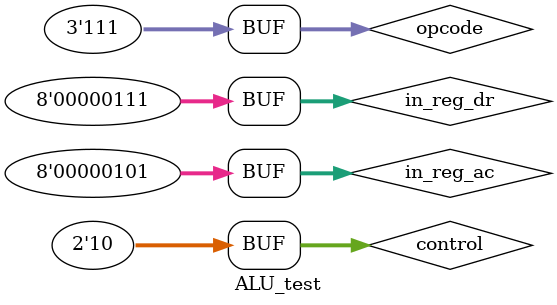
<source format=v>
module ALU(input[1:0] control,input [2:0] opcode,input [7:0] in_reg_ac,input [7:0] in_reg_dr,output reg[7:0] out_reg,output reg carry);

always@(*) begin
if (opcode == 3'b111) begin
        case (control)
            2'b01: begin
                out_reg = in_reg_dr;
	    end
            2'b10: begin
                {carry, out_reg} = in_reg_ac - in_reg_dr;
            end
        endcase
end else
case (opcode)
	3'b000: {carry, out_reg} = in_reg_ac + in_reg_dr;
	3'b001: {carry, out_reg} = in_reg_ac - in_reg_dr;
	3'b010: begin
		if(in_reg_ac==in_reg_dr) out_reg=1;
		else out_reg=0;
		end	
	3'b011: out_reg = in_reg_dr * 2;
	3'b100: out_reg = in_reg_dr;
	3'b110: out_reg = ~in_reg_dr;
	default: out_reg = in_reg_ac;
endcase
end

endmodule

module ALU_test;

reg [1:0]control;
reg [2:0] opcode;
reg [7:0] in_reg_ac;
reg [7:0] in_reg_dr;
wire [7:0] out_reg;
wire carry;

ALU alu_inst(control,opcode, in_reg_ac, in_reg_dr, out_reg, carry);

initial begin
    // Test case 1: Addition
    opcode = 3'b000;
    in_reg_ac = 8'b00000001;
    in_reg_dr = 8'b00000010;
    #10;
    
    // Test case 2: Subtraction
    opcode = 3'b001;
    in_reg_ac = 8'b00000100;
    in_reg_dr = 8'b00000010;
    #10;
    
    // Test case 3: Equality check
    opcode = 3'b010;
    in_reg_ac = 8'b00000100;
    in_reg_dr = 8'b00000100;
    #10;
    
    // Test case 4: Shift left
    opcode = 3'b011;
    in_reg_dr = 8'b00000100;
    #10;
    
    // Test case 5: Pass through
    opcode = 3'b100;
    in_reg_dr = 8'b00001000;
    #10;
    
    // Test case 6: Bitwise NOT
    opcode = 3'b110;
    in_reg_dr = 8'b11110000;
    #10;

    // Test case 7: Square root material
    control = 2'b01;
    opcode = 3'b111;
    in_reg_ac = 8'b00000000;
    in_reg_dr = 8'b00000011;
    #10;


    control = 2'b10;
    opcode = 3'b111;
    in_reg_ac = 8'b00000101;
    in_reg_dr = 8'b00000111;

end
endmodule

</source>
